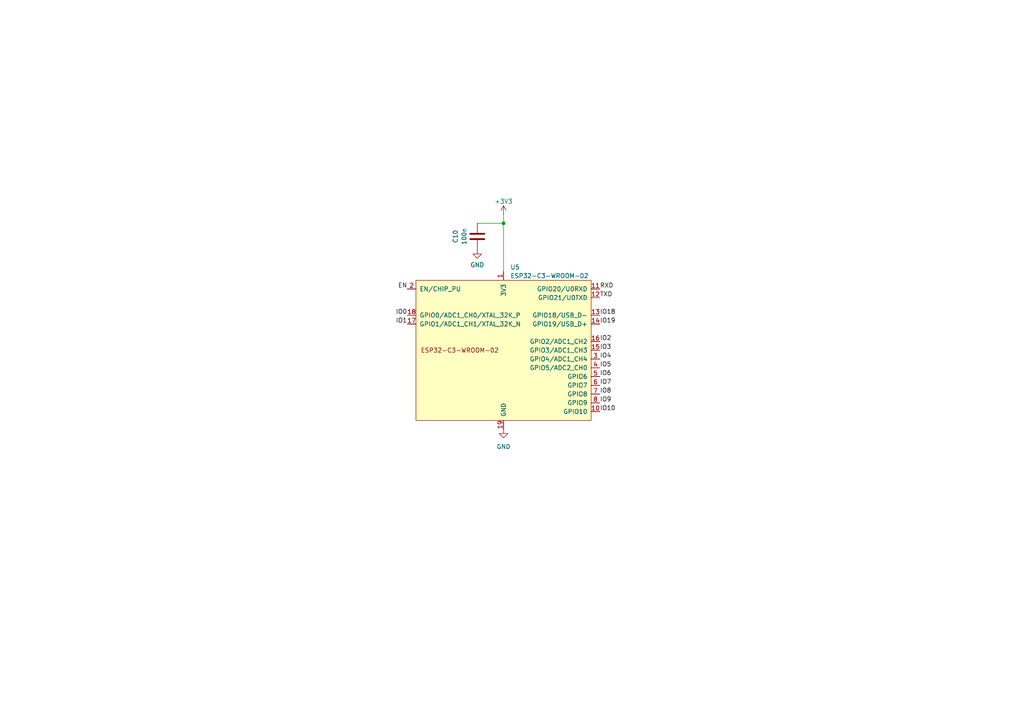
<source format=kicad_sch>
(kicad_sch
	(version 20250114)
	(generator "eeschema")
	(generator_version "9.0")
	(uuid "a15136eb-3908-45b2-9100-3fe8dc84779e")
	(paper "A4")
	(lib_symbols
		(symbol "Device:C"
			(pin_numbers
				(hide yes)
			)
			(pin_names
				(offset 0.254)
			)
			(exclude_from_sim no)
			(in_bom yes)
			(on_board yes)
			(property "Reference" "C"
				(at 0.635 2.54 0)
				(effects
					(font
						(size 1.27 1.27)
					)
					(justify left)
				)
			)
			(property "Value" "C"
				(at 0.635 -2.54 0)
				(effects
					(font
						(size 1.27 1.27)
					)
					(justify left)
				)
			)
			(property "Footprint" ""
				(at 0.9652 -3.81 0)
				(effects
					(font
						(size 1.27 1.27)
					)
					(hide yes)
				)
			)
			(property "Datasheet" "~"
				(at 0 0 0)
				(effects
					(font
						(size 1.27 1.27)
					)
					(hide yes)
				)
			)
			(property "Description" "Unpolarized capacitor"
				(at 0 0 0)
				(effects
					(font
						(size 1.27 1.27)
					)
					(hide yes)
				)
			)
			(property "ki_keywords" "cap capacitor"
				(at 0 0 0)
				(effects
					(font
						(size 1.27 1.27)
					)
					(hide yes)
				)
			)
			(property "ki_fp_filters" "C_*"
				(at 0 0 0)
				(effects
					(font
						(size 1.27 1.27)
					)
					(hide yes)
				)
			)
			(symbol "C_0_1"
				(polyline
					(pts
						(xy -2.032 0.762) (xy 2.032 0.762)
					)
					(stroke
						(width 0.508)
						(type default)
					)
					(fill
						(type none)
					)
				)
				(polyline
					(pts
						(xy -2.032 -0.762) (xy 2.032 -0.762)
					)
					(stroke
						(width 0.508)
						(type default)
					)
					(fill
						(type none)
					)
				)
			)
			(symbol "C_1_1"
				(pin passive line
					(at 0 3.81 270)
					(length 2.794)
					(name "~"
						(effects
							(font
								(size 1.27 1.27)
							)
						)
					)
					(number "1"
						(effects
							(font
								(size 1.27 1.27)
							)
						)
					)
				)
				(pin passive line
					(at 0 -3.81 90)
					(length 2.794)
					(name "~"
						(effects
							(font
								(size 1.27 1.27)
							)
						)
					)
					(number "2"
						(effects
							(font
								(size 1.27 1.27)
							)
						)
					)
				)
			)
			(embedded_fonts no)
		)
		(symbol "PCM_Espressif:ESP32-C3-WROOM-02"
			(pin_names
				(offset 1.016)
			)
			(exclude_from_sim no)
			(in_bom yes)
			(on_board yes)
			(property "Reference" "U"
				(at -25.4 25.4 0)
				(effects
					(font
						(size 1.27 1.27)
					)
					(justify left)
				)
			)
			(property "Value" "ESP32-C3-WROOM-02"
				(at -25.4 22.86 0)
				(effects
					(font
						(size 1.27 1.27)
					)
					(justify left)
				)
			)
			(property "Footprint" "PCM_Espressif:ESP32-C3-WROOM-02"
				(at 0 -30.48 0)
				(effects
					(font
						(size 1.27 1.27)
					)
					(hide yes)
				)
			)
			(property "Datasheet" "https://www.espressif.com/sites/default/files/documentation/esp32-c3-wroom-02_datasheet_en.pdf"
				(at -2.54 -33.02 0)
				(effects
					(font
						(size 1.27 1.27)
					)
					(hide yes)
				)
			)
			(property "Description" "ESP32-C3-WROOM-02 is a general-purpose Wi-Fi and Bluetooth LE module. This module features a rich set of peripherals and high performance, which makes it an ideal choice for smart home, industrial automation, health care, consumer electronics, etc."
				(at 0 0 0)
				(effects
					(font
						(size 1.27 1.27)
					)
					(hide yes)
				)
			)
			(property "ki_keywords" "esp32-c3 module"
				(at 0 0 0)
				(effects
					(font
						(size 1.27 1.27)
					)
					(hide yes)
				)
			)
			(symbol "ESP32-C3-WROOM-02_0_0"
				(text "ESP32-C3-WROOM-02"
					(at -12.7 0 0)
					(effects
						(font
							(size 1.27 1.27)
						)
					)
				)
			)
			(symbol "ESP32-C3-WROOM-02_0_1"
				(rectangle
					(start 25.4 20.32)
					(end -25.4 -20.32)
					(stroke
						(width 0)
						(type default)
					)
					(fill
						(type background)
					)
				)
			)
			(symbol "ESP32-C3-WROOM-02_1_1"
				(pin input line
					(at -27.94 17.78 0)
					(length 2.54)
					(name "EN/CHIP_PU"
						(effects
							(font
								(size 1.27 1.27)
							)
						)
					)
					(number "2"
						(effects
							(font
								(size 1.27 1.27)
							)
						)
					)
				)
				(pin bidirectional line
					(at -27.94 10.16 0)
					(length 2.54)
					(name "GPIO0/ADC1_CH0/XTAL_32K_P"
						(effects
							(font
								(size 1.27 1.27)
							)
						)
					)
					(number "18"
						(effects
							(font
								(size 1.27 1.27)
							)
						)
					)
				)
				(pin bidirectional line
					(at -27.94 7.62 0)
					(length 2.54)
					(name "GPIO1/ADC1_CH1/XTAL_32K_N"
						(effects
							(font
								(size 1.27 1.27)
							)
						)
					)
					(number "17"
						(effects
							(font
								(size 1.27 1.27)
							)
						)
					)
				)
				(pin power_in line
					(at 0 22.86 270)
					(length 2.54)
					(name "3V3"
						(effects
							(font
								(size 1.27 1.27)
							)
						)
					)
					(number "1"
						(effects
							(font
								(size 1.27 1.27)
							)
						)
					)
				)
				(pin power_in line
					(at 0 -22.86 90)
					(length 2.54)
					(name "GND"
						(effects
							(font
								(size 1.27 1.27)
							)
						)
					)
					(number "19"
						(effects
							(font
								(size 1.27 1.27)
							)
						)
					)
				)
				(pin passive line
					(at 0 -22.86 90)
					(length 2.54)
					(hide yes)
					(name "GND"
						(effects
							(font
								(size 1.27 1.27)
							)
						)
					)
					(number "9"
						(effects
							(font
								(size 1.27 1.27)
							)
						)
					)
				)
				(pin bidirectional line
					(at 27.94 17.78 180)
					(length 2.54)
					(name "GPIO20/U0RXD"
						(effects
							(font
								(size 1.27 1.27)
							)
						)
					)
					(number "11"
						(effects
							(font
								(size 1.27 1.27)
							)
						)
					)
				)
				(pin bidirectional line
					(at 27.94 15.24 180)
					(length 2.54)
					(name "GPIO21/U0TXD"
						(effects
							(font
								(size 1.27 1.27)
							)
						)
					)
					(number "12"
						(effects
							(font
								(size 1.27 1.27)
							)
						)
					)
				)
				(pin bidirectional line
					(at 27.94 10.16 180)
					(length 2.54)
					(name "GPIO18/USB_D-"
						(effects
							(font
								(size 1.27 1.27)
							)
						)
					)
					(number "13"
						(effects
							(font
								(size 1.27 1.27)
							)
						)
					)
				)
				(pin bidirectional line
					(at 27.94 7.62 180)
					(length 2.54)
					(name "GPIO19/USB_D+"
						(effects
							(font
								(size 1.27 1.27)
							)
						)
					)
					(number "14"
						(effects
							(font
								(size 1.27 1.27)
							)
						)
					)
				)
				(pin bidirectional line
					(at 27.94 2.54 180)
					(length 2.54)
					(name "GPIO2/ADC1_CH2"
						(effects
							(font
								(size 1.27 1.27)
							)
						)
					)
					(number "16"
						(effects
							(font
								(size 1.27 1.27)
							)
						)
					)
				)
				(pin bidirectional line
					(at 27.94 0 180)
					(length 2.54)
					(name "GPIO3/ADC1_CH3"
						(effects
							(font
								(size 1.27 1.27)
							)
						)
					)
					(number "15"
						(effects
							(font
								(size 1.27 1.27)
							)
						)
					)
				)
				(pin bidirectional line
					(at 27.94 -2.54 180)
					(length 2.54)
					(name "GPIO4/ADC1_CH4"
						(effects
							(font
								(size 1.27 1.27)
							)
						)
					)
					(number "3"
						(effects
							(font
								(size 1.27 1.27)
							)
						)
					)
				)
				(pin bidirectional line
					(at 27.94 -5.08 180)
					(length 2.54)
					(name "GPIO5/ADC2_CH0"
						(effects
							(font
								(size 1.27 1.27)
							)
						)
					)
					(number "4"
						(effects
							(font
								(size 1.27 1.27)
							)
						)
					)
				)
				(pin bidirectional line
					(at 27.94 -7.62 180)
					(length 2.54)
					(name "GPIO6"
						(effects
							(font
								(size 1.27 1.27)
							)
						)
					)
					(number "5"
						(effects
							(font
								(size 1.27 1.27)
							)
						)
					)
				)
				(pin bidirectional line
					(at 27.94 -10.16 180)
					(length 2.54)
					(name "GPIO7"
						(effects
							(font
								(size 1.27 1.27)
							)
						)
					)
					(number "6"
						(effects
							(font
								(size 1.27 1.27)
							)
						)
					)
				)
				(pin bidirectional line
					(at 27.94 -12.7 180)
					(length 2.54)
					(name "GPIO8"
						(effects
							(font
								(size 1.27 1.27)
							)
						)
					)
					(number "7"
						(effects
							(font
								(size 1.27 1.27)
							)
						)
					)
				)
				(pin bidirectional line
					(at 27.94 -15.24 180)
					(length 2.54)
					(name "GPIO9"
						(effects
							(font
								(size 1.27 1.27)
							)
						)
					)
					(number "8"
						(effects
							(font
								(size 1.27 1.27)
							)
						)
					)
				)
				(pin bidirectional line
					(at 27.94 -17.78 180)
					(length 2.54)
					(name "GPIO10"
						(effects
							(font
								(size 1.27 1.27)
							)
						)
					)
					(number "10"
						(effects
							(font
								(size 1.27 1.27)
							)
						)
					)
				)
			)
			(embedded_fonts no)
		)
		(symbol "power:+3V3"
			(power)
			(pin_numbers
				(hide yes)
			)
			(pin_names
				(offset 0)
				(hide yes)
			)
			(exclude_from_sim no)
			(in_bom yes)
			(on_board yes)
			(property "Reference" "#PWR"
				(at 0 -3.81 0)
				(effects
					(font
						(size 1.27 1.27)
					)
					(hide yes)
				)
			)
			(property "Value" "+3V3"
				(at 0 3.556 0)
				(effects
					(font
						(size 1.27 1.27)
					)
				)
			)
			(property "Footprint" ""
				(at 0 0 0)
				(effects
					(font
						(size 1.27 1.27)
					)
					(hide yes)
				)
			)
			(property "Datasheet" ""
				(at 0 0 0)
				(effects
					(font
						(size 1.27 1.27)
					)
					(hide yes)
				)
			)
			(property "Description" "Power symbol creates a global label with name \"+3V3\""
				(at 0 0 0)
				(effects
					(font
						(size 1.27 1.27)
					)
					(hide yes)
				)
			)
			(property "ki_keywords" "global power"
				(at 0 0 0)
				(effects
					(font
						(size 1.27 1.27)
					)
					(hide yes)
				)
			)
			(symbol "+3V3_0_1"
				(polyline
					(pts
						(xy -0.762 1.27) (xy 0 2.54)
					)
					(stroke
						(width 0)
						(type default)
					)
					(fill
						(type none)
					)
				)
				(polyline
					(pts
						(xy 0 2.54) (xy 0.762 1.27)
					)
					(stroke
						(width 0)
						(type default)
					)
					(fill
						(type none)
					)
				)
				(polyline
					(pts
						(xy 0 0) (xy 0 2.54)
					)
					(stroke
						(width 0)
						(type default)
					)
					(fill
						(type none)
					)
				)
			)
			(symbol "+3V3_1_1"
				(pin power_in line
					(at 0 0 90)
					(length 0)
					(name "~"
						(effects
							(font
								(size 1.27 1.27)
							)
						)
					)
					(number "1"
						(effects
							(font
								(size 1.27 1.27)
							)
						)
					)
				)
			)
			(embedded_fonts no)
		)
		(symbol "power:GND"
			(power)
			(pin_numbers
				(hide yes)
			)
			(pin_names
				(offset 0)
				(hide yes)
			)
			(exclude_from_sim no)
			(in_bom yes)
			(on_board yes)
			(property "Reference" "#PWR"
				(at 0 -6.35 0)
				(effects
					(font
						(size 1.27 1.27)
					)
					(hide yes)
				)
			)
			(property "Value" "GND"
				(at 0 -3.81 0)
				(effects
					(font
						(size 1.27 1.27)
					)
				)
			)
			(property "Footprint" ""
				(at 0 0 0)
				(effects
					(font
						(size 1.27 1.27)
					)
					(hide yes)
				)
			)
			(property "Datasheet" ""
				(at 0 0 0)
				(effects
					(font
						(size 1.27 1.27)
					)
					(hide yes)
				)
			)
			(property "Description" "Power symbol creates a global label with name \"GND\" , ground"
				(at 0 0 0)
				(effects
					(font
						(size 1.27 1.27)
					)
					(hide yes)
				)
			)
			(property "ki_keywords" "global power"
				(at 0 0 0)
				(effects
					(font
						(size 1.27 1.27)
					)
					(hide yes)
				)
			)
			(symbol "GND_0_1"
				(polyline
					(pts
						(xy 0 0) (xy 0 -1.27) (xy 1.27 -1.27) (xy 0 -2.54) (xy -1.27 -1.27) (xy 0 -1.27)
					)
					(stroke
						(width 0)
						(type default)
					)
					(fill
						(type none)
					)
				)
			)
			(symbol "GND_1_1"
				(pin power_in line
					(at 0 0 270)
					(length 0)
					(name "~"
						(effects
							(font
								(size 1.27 1.27)
							)
						)
					)
					(number "1"
						(effects
							(font
								(size 1.27 1.27)
							)
						)
					)
				)
			)
			(embedded_fonts no)
		)
	)
	(junction
		(at 146.05 64.77)
		(diameter 0)
		(color 0 0 0 0)
		(uuid "a115fc32-52e2-42e0-ba15-b6bd410136c4")
	)
	(wire
		(pts
			(xy 146.05 64.77) (xy 146.05 78.74)
		)
		(stroke
			(width 0)
			(type default)
		)
		(uuid "0faadb21-2889-403f-9b19-c4c8a4471ee3")
	)
	(wire
		(pts
			(xy 146.05 62.23) (xy 146.05 64.77)
		)
		(stroke
			(width 0)
			(type default)
		)
		(uuid "68d41c77-cb7d-4786-9552-5a404d04f946")
	)
	(wire
		(pts
			(xy 138.43 64.77) (xy 146.05 64.77)
		)
		(stroke
			(width 0)
			(type default)
		)
		(uuid "b883a247-8d89-4a29-bf5a-df4afdbb9305")
	)
	(label "IO6"
		(at 173.99 109.22 0)
		(effects
			(font
				(size 1.27 1.27)
			)
			(justify left bottom)
		)
		(uuid "034c9540-92b6-4a21-b9a0-ea5b6c56a22c")
	)
	(label "IO9"
		(at 173.99 116.84 0)
		(effects
			(font
				(size 1.27 1.27)
			)
			(justify left bottom)
		)
		(uuid "0834b7f2-9bae-47b9-a293-b3efe8e657db")
	)
	(label "IO3"
		(at 173.99 101.6 0)
		(effects
			(font
				(size 1.27 1.27)
			)
			(justify left bottom)
		)
		(uuid "0f6391e0-3487-43bc-a52e-1ef00c3937f2")
	)
	(label "RXD"
		(at 173.99 83.82 0)
		(effects
			(font
				(size 1.27 1.27)
			)
			(justify left bottom)
		)
		(uuid "116a0ea2-303c-40e4-8a4d-5a6aa6dc7476")
	)
	(label "TXD"
		(at 173.99 86.36 0)
		(effects
			(font
				(size 1.27 1.27)
			)
			(justify left bottom)
		)
		(uuid "171ed175-27fa-4f63-b05e-45521c4975d3")
	)
	(label "IO1"
		(at 118.11 93.98 180)
		(effects
			(font
				(size 1.27 1.27)
			)
			(justify right bottom)
		)
		(uuid "219543f0-bf47-4e06-8cd1-4a9314fcca00")
	)
	(label "IO4"
		(at 173.99 104.14 0)
		(effects
			(font
				(size 1.27 1.27)
			)
			(justify left bottom)
		)
		(uuid "36c1ee05-b6d7-41d7-bce7-bfcc94821066")
	)
	(label "IO10"
		(at 173.99 119.38 0)
		(effects
			(font
				(size 1.27 1.27)
			)
			(justify left bottom)
		)
		(uuid "36e42704-6e42-4ef3-bbca-bfa45a7cd120")
	)
	(label "IO5"
		(at 173.99 106.68 0)
		(effects
			(font
				(size 1.27 1.27)
			)
			(justify left bottom)
		)
		(uuid "61f83f6e-7afc-46be-9898-66d3cd9ba02e")
	)
	(label "IO19"
		(at 173.99 93.98 0)
		(effects
			(font
				(size 1.27 1.27)
			)
			(justify left bottom)
		)
		(uuid "a66ac355-f689-435c-9a0c-c0487b336d6e")
	)
	(label "IO18"
		(at 173.99 91.44 0)
		(effects
			(font
				(size 1.27 1.27)
			)
			(justify left bottom)
		)
		(uuid "bd1bbfd4-604c-4fa2-b3ee-384f9d0ea36c")
	)
	(label "IO2"
		(at 173.99 99.06 0)
		(effects
			(font
				(size 1.27 1.27)
			)
			(justify left bottom)
		)
		(uuid "c4de64cb-cec7-441b-a67e-ab5cb7a27ac6")
	)
	(label "EN"
		(at 118.11 83.82 180)
		(effects
			(font
				(size 1.27 1.27)
			)
			(justify right bottom)
		)
		(uuid "c59349f5-62fd-4a85-bed6-0f5ef73cceab")
	)
	(label "IO8"
		(at 173.99 114.3 0)
		(effects
			(font
				(size 1.27 1.27)
			)
			(justify left bottom)
		)
		(uuid "e74b1aeb-6bc6-4ced-bb5a-8ddf4451cf0c")
	)
	(label "IO0"
		(at 118.11 91.44 180)
		(effects
			(font
				(size 1.27 1.27)
			)
			(justify right bottom)
		)
		(uuid "eb82fedd-40c4-4827-9875-45b8a7165ed8")
	)
	(label "IO7"
		(at 173.99 111.76 0)
		(effects
			(font
				(size 1.27 1.27)
			)
			(justify left bottom)
		)
		(uuid "fce242f4-2169-40d1-8497-f3afb718634d")
	)
	(symbol
		(lib_id "Device:C")
		(at 138.43 68.58 180)
		(unit 1)
		(exclude_from_sim no)
		(in_bom yes)
		(on_board yes)
		(dnp no)
		(uuid "15f2a717-5ee1-4366-82e4-c70de0517fa0")
		(property "Reference" "C10"
			(at 132.08 68.58 90)
			(effects
				(font
					(size 1.27 1.27)
				)
			)
		)
		(property "Value" "100n"
			(at 134.62 68.58 90)
			(effects
				(font
					(size 1.27 1.27)
				)
			)
		)
		(property "Footprint" "Capacitor_SMD:C_0402_1005Metric"
			(at 137.4648 64.77 0)
			(effects
				(font
					(size 1.27 1.27)
				)
				(hide yes)
			)
		)
		(property "Datasheet" "~"
			(at 138.43 68.58 0)
			(effects
				(font
					(size 1.27 1.27)
				)
				(hide yes)
			)
		)
		(property "Description" "Unpolarized capacitor"
			(at 138.43 68.58 0)
			(effects
				(font
					(size 1.27 1.27)
				)
				(hide yes)
			)
		)
		(property "LCSC Part #" "C1525"
			(at 138.43 68.58 90)
			(effects
				(font
					(size 1.27 1.27)
				)
				(hide yes)
			)
		)
		(pin "1"
			(uuid "bb6d027d-bb60-4057-a9fe-21fb5b565411")
		)
		(pin "2"
			(uuid "c7c36f5e-de36-41e0-a90e-88d341b69d48")
		)
		(instances
			(project "SpectrumLabV1"
				(path "/a7bd77f5-8524-422b-aae0-98a46d8f8d84/0487bb4f-021a-436d-8708-8d941e9b4217"
					(reference "C10")
					(unit 1)
				)
			)
		)
	)
	(symbol
		(lib_id "power:+3V3")
		(at 146.05 62.23 0)
		(unit 1)
		(exclude_from_sim no)
		(in_bom yes)
		(on_board yes)
		(dnp no)
		(fields_autoplaced yes)
		(uuid "67f6d956-2e96-488e-add5-24df4b230999")
		(property "Reference" "#PWR037"
			(at 146.05 66.04 0)
			(effects
				(font
					(size 1.27 1.27)
				)
				(hide yes)
			)
		)
		(property "Value" "+3V3"
			(at 146.05 58.42 0)
			(effects
				(font
					(size 1.27 1.27)
				)
			)
		)
		(property "Footprint" ""
			(at 146.05 62.23 0)
			(effects
				(font
					(size 1.27 1.27)
				)
				(hide yes)
			)
		)
		(property "Datasheet" ""
			(at 146.05 62.23 0)
			(effects
				(font
					(size 1.27 1.27)
				)
				(hide yes)
			)
		)
		(property "Description" "Power symbol creates a global label with name \"+3V3\""
			(at 146.05 62.23 0)
			(effects
				(font
					(size 1.27 1.27)
				)
				(hide yes)
			)
		)
		(pin "1"
			(uuid "2e75b069-1cd5-4155-a266-48b0e9ba2a5d")
		)
		(instances
			(project "SpectrumLabV1"
				(path "/a7bd77f5-8524-422b-aae0-98a46d8f8d84/0487bb4f-021a-436d-8708-8d941e9b4217"
					(reference "#PWR037")
					(unit 1)
				)
			)
		)
	)
	(symbol
		(lib_id "power:GND")
		(at 146.05 124.46 0)
		(unit 1)
		(exclude_from_sim no)
		(in_bom yes)
		(on_board yes)
		(dnp no)
		(fields_autoplaced yes)
		(uuid "6e3b6ea8-3acd-4859-b835-c01c804c1d90")
		(property "Reference" "#PWR038"
			(at 146.05 130.81 0)
			(effects
				(font
					(size 1.27 1.27)
				)
				(hide yes)
			)
		)
		(property "Value" "GND"
			(at 146.05 129.54 0)
			(effects
				(font
					(size 1.27 1.27)
				)
			)
		)
		(property "Footprint" ""
			(at 146.05 124.46 0)
			(effects
				(font
					(size 1.27 1.27)
				)
				(hide yes)
			)
		)
		(property "Datasheet" ""
			(at 146.05 124.46 0)
			(effects
				(font
					(size 1.27 1.27)
				)
				(hide yes)
			)
		)
		(property "Description" "Power symbol creates a global label with name \"GND\" , ground"
			(at 146.05 124.46 0)
			(effects
				(font
					(size 1.27 1.27)
				)
				(hide yes)
			)
		)
		(pin "1"
			(uuid "22ff8819-a0d3-4eb7-98ac-aa4ff2735300")
		)
		(instances
			(project "SpectrumLabV1"
				(path "/a7bd77f5-8524-422b-aae0-98a46d8f8d84/0487bb4f-021a-436d-8708-8d941e9b4217"
					(reference "#PWR038")
					(unit 1)
				)
			)
		)
	)
	(symbol
		(lib_id "power:GND")
		(at 138.43 72.39 0)
		(unit 1)
		(exclude_from_sim no)
		(in_bom yes)
		(on_board yes)
		(dnp no)
		(uuid "717a08a5-fed0-408e-afe5-417d8bea2397")
		(property "Reference" "#PWR036"
			(at 138.43 78.74 0)
			(effects
				(font
					(size 1.27 1.27)
				)
				(hide yes)
			)
		)
		(property "Value" "GND"
			(at 138.43 76.835 0)
			(effects
				(font
					(size 1.27 1.27)
				)
			)
		)
		(property "Footprint" ""
			(at 138.43 72.39 0)
			(effects
				(font
					(size 1.27 1.27)
				)
				(hide yes)
			)
		)
		(property "Datasheet" ""
			(at 138.43 72.39 0)
			(effects
				(font
					(size 1.27 1.27)
				)
				(hide yes)
			)
		)
		(property "Description" "Power symbol creates a global label with name \"GND\" , ground"
			(at 138.43 72.39 0)
			(effects
				(font
					(size 1.27 1.27)
				)
				(hide yes)
			)
		)
		(pin "1"
			(uuid "c7a57ee9-b31f-4704-ae15-b8731bdae0d8")
		)
		(instances
			(project "SpectrumLabV1"
				(path "/a7bd77f5-8524-422b-aae0-98a46d8f8d84/0487bb4f-021a-436d-8708-8d941e9b4217"
					(reference "#PWR036")
					(unit 1)
				)
			)
		)
	)
	(symbol
		(lib_id "PCM_Espressif:ESP32-C3-WROOM-02")
		(at 146.05 101.6 0)
		(unit 1)
		(exclude_from_sim no)
		(in_bom yes)
		(on_board yes)
		(dnp no)
		(uuid "de88e3ee-6381-4946-85bf-af1ba96c7962")
		(property "Reference" "U5"
			(at 148.0059 77.47 0)
			(effects
				(font
					(size 1.27 1.27)
				)
				(justify left)
			)
		)
		(property "Value" "ESP32-C3-WROOM-02"
			(at 148.0059 80.01 0)
			(effects
				(font
					(size 1.27 1.27)
				)
				(justify left)
			)
		)
		(property "Footprint" "RF_Module:ESP32-C3-WROOM-02"
			(at 146.05 132.08 0)
			(effects
				(font
					(size 1.27 1.27)
				)
				(hide yes)
			)
		)
		(property "Datasheet" "https://www.espressif.com/sites/default/files/documentation/esp32-c3-wroom-02_datasheet_en.pdf"
			(at 143.51 134.62 0)
			(effects
				(font
					(size 1.27 1.27)
				)
				(hide yes)
			)
		)
		(property "Description" "ESP32-C3-WROOM-02 is a general-purpose Wi-Fi and Bluetooth LE module. This module features a rich set of peripherals and high performance, which makes it an ideal choice for smart home, industrial automation, health care, consumer electronics, etc."
			(at 146.05 101.6 0)
			(effects
				(font
					(size 1.27 1.27)
				)
				(hide yes)
			)
		)
		(property "LCSC Part #" "C2934560"
			(at 146.05 101.6 0)
			(effects
				(font
					(size 1.27 1.27)
				)
				(hide yes)
			)
		)
		(property "FT Position Offset" "0.0, -0.1"
			(at 146.05 101.6 0)
			(effects
				(font
					(size 1.27 1.27)
				)
				(hide yes)
			)
		)
		(pin "1"
			(uuid "6a691466-dd27-4a28-9260-c574cd356f67")
		)
		(pin "10"
			(uuid "3f45c9ae-9d3d-4cab-81f8-53c286f85326")
		)
		(pin "11"
			(uuid "f2f8f964-da97-4a30-adc3-6b15f8da0107")
		)
		(pin "12"
			(uuid "8f8d60f6-5479-41a0-934b-3338807a42bd")
		)
		(pin "13"
			(uuid "5a89f94f-d219-41c6-bbc6-ae383cec31d2")
		)
		(pin "14"
			(uuid "85fcce0b-e787-4e35-a841-69480eed68a3")
		)
		(pin "15"
			(uuid "a4758703-a0ed-46fa-b6bd-675983fa2564")
		)
		(pin "16"
			(uuid "2c11012b-3135-48fe-ad8e-64cc1ae774fc")
		)
		(pin "17"
			(uuid "7ca5f31f-00d9-4e1d-bddb-ae3477916a2f")
		)
		(pin "18"
			(uuid "92a61c10-4b3f-4ce7-a74b-7c1804eea57b")
		)
		(pin "19"
			(uuid "833abfea-c7a7-4052-bacc-0bcf8fa9f1af")
		)
		(pin "2"
			(uuid "4946466c-feeb-4a28-87ea-09d18925dd33")
		)
		(pin "3"
			(uuid "a5831f0a-ad8e-4612-8f90-1c0de13fe546")
		)
		(pin "4"
			(uuid "1e0f26ec-3e7b-44e2-9867-976657510378")
		)
		(pin "5"
			(uuid "7c34cf58-bb7e-45f4-b5ed-ba290197c39f")
		)
		(pin "6"
			(uuid "f3249b4c-0db1-43e9-93f9-c2e7af786ea8")
		)
		(pin "7"
			(uuid "c42f8910-8d26-4cc8-ad39-1d3987f67746")
		)
		(pin "8"
			(uuid "5a1d0a48-1ea4-418d-b69c-ada12c6e03e5")
		)
		(pin "9"
			(uuid "cf27f6fe-3eb0-4b32-8665-6f2bbb81bfae")
		)
		(instances
			(project "SpectrumLabV1"
				(path "/a7bd77f5-8524-422b-aae0-98a46d8f8d84/0487bb4f-021a-436d-8708-8d941e9b4217"
					(reference "U5")
					(unit 1)
				)
			)
		)
	)
)

</source>
